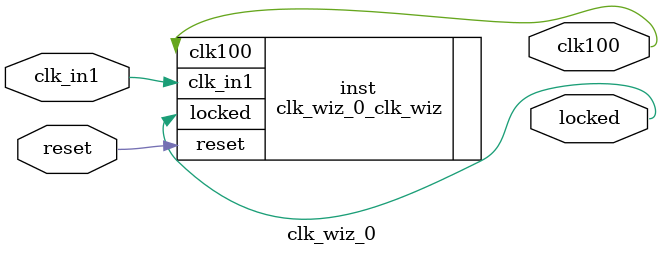
<source format=v>


`timescale 1ps/1ps

(* CORE_GENERATION_INFO = "clk_wiz_0,clk_wiz_v6_0_8_0_0,{component_name=clk_wiz_0,use_phase_alignment=true,use_min_o_jitter=false,use_max_i_jitter=false,use_dyn_phase_shift=false,use_inclk_switchover=false,use_dyn_reconfig=false,enable_axi=0,feedback_source=FDBK_AUTO,PRIMITIVE=PLL,num_out_clk=1,clkin1_period=10.000,clkin2_period=10.000,use_power_down=false,use_reset=true,use_locked=true,use_inclk_stopped=false,feedback_type=SINGLE,CLOCK_MGR_TYPE=NA,manual_override=true}" *)

module clk_wiz_0 
 (
  // Clock out ports
  output        clk100,
  // Status and control signals
  input         reset,
  output        locked,
 // Clock in ports
  input         clk_in1
 );

  clk_wiz_0_clk_wiz inst
  (
  // Clock out ports  
  .clk100(clk100),
  // Status and control signals               
  .reset(reset), 
  .locked(locked),
 // Clock in ports
  .clk_in1(clk_in1)
  );

endmodule

</source>
